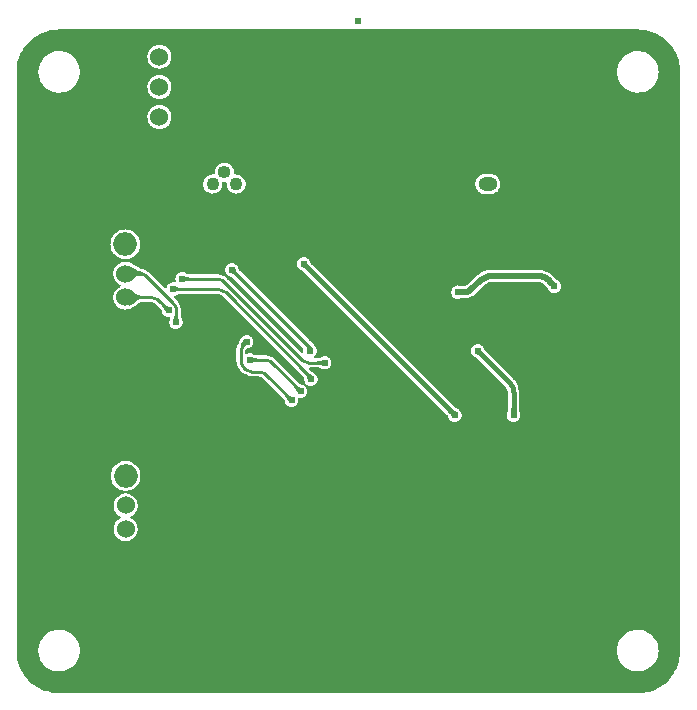
<source format=gbl>
G04 Layer: BottomLayer*
G04 EasyEDA v6.5.51, 2025-10-19 23:19:45*
G04 7b2d1a5a50ca49e0b1e0c3d03fbfd553,f84f62d461a54663ae58951fd378ab02,10*
G04 Gerber Generator version 0.2*
G04 Scale: 100 percent, Rotated: No, Reflected: No *
G04 Dimensions in millimeters *
G04 leading zeros omitted , absolute positions ,4 integer and 5 decimal *
%FSLAX45Y45*%
%MOMM*%

%ADD10C,0.3000*%
%ADD11C,0.4000*%
%ADD12C,0.2540*%
%ADD13C,0.5000*%
%ADD14O,1.999996X1.999996*%
%ADD15C,1.5240*%
%ADD16C,3.3000*%
%ADD17O,1.599946X1.199896*%
%ADD18C,1.3000*%
%ADD19C,0.0106*%
%ADD20C,1.1000*%
%ADD21O,1.099998X1.099998*%
%ADD22C,0.6200*%

%LPD*%
G36*
X-1399184Y-4309465D02*
G01*
X-1424838Y-4308602D01*
X-1449273Y-4306062D01*
X-1473454Y-4301845D01*
X-1497279Y-4296003D01*
X-1520647Y-4288586D01*
X-1543507Y-4279544D01*
X-1565656Y-4268978D01*
X-1587042Y-4256938D01*
X-1607566Y-4243476D01*
X-1627073Y-4228592D01*
X-1645564Y-4212437D01*
X-1662887Y-4195064D01*
X-1679041Y-4176572D01*
X-1693824Y-4157014D01*
X-1707286Y-4136440D01*
X-1719275Y-4115054D01*
X-1729790Y-4092905D01*
X-1738782Y-4070045D01*
X-1746199Y-4046626D01*
X-1751990Y-4022801D01*
X-1756105Y-3998620D01*
X-1758594Y-3974185D01*
X-1759457Y-3949141D01*
X-1759457Y949147D01*
X-1758543Y974852D01*
X-1756003Y999286D01*
X-1751838Y1023467D01*
X-1745996Y1047292D01*
X-1738528Y1070711D01*
X-1729536Y1093520D01*
X-1718970Y1115669D01*
X-1706930Y1137056D01*
X-1693418Y1157579D01*
X-1678584Y1177086D01*
X-1662480Y1195578D01*
X-1645056Y1212951D01*
X-1626565Y1229055D01*
X-1606956Y1243838D01*
X-1586433Y1257300D01*
X-1565046Y1269288D01*
X-1542846Y1279804D01*
X-1520037Y1288796D01*
X-1496618Y1296212D01*
X-1472742Y1302004D01*
X-1448562Y1306169D01*
X-1424178Y1308608D01*
X-1399184Y1309471D01*
X3499154Y1309471D01*
X3524910Y1308608D01*
X3549294Y1306068D01*
X3573475Y1301851D01*
X3597351Y1296009D01*
X3620719Y1288592D01*
X3643528Y1279550D01*
X3665677Y1268984D01*
X3687064Y1256944D01*
X3707587Y1243431D01*
X3727145Y1228598D01*
X3745636Y1212443D01*
X3762959Y1195070D01*
X3779062Y1176578D01*
X3793896Y1157020D01*
X3807307Y1136446D01*
X3819347Y1115060D01*
X3829862Y1092860D01*
X3838854Y1070051D01*
X3846220Y1046632D01*
X3852011Y1022807D01*
X3856177Y998575D01*
X3858615Y974191D01*
X3859529Y949147D01*
X3859529Y-3949141D01*
X3858615Y-3974846D01*
X3856075Y-3999280D01*
X3851859Y-4023461D01*
X3846068Y-4047286D01*
X3838600Y-4070705D01*
X3829558Y-4093514D01*
X3818991Y-4115663D01*
X3806951Y-4137050D01*
X3793490Y-4157573D01*
X3778656Y-4177131D01*
X3762501Y-4195572D01*
X3745128Y-4212945D01*
X3726586Y-4229049D01*
X3707028Y-4243832D01*
X3686505Y-4257294D01*
X3665067Y-4269282D01*
X3642918Y-4279849D01*
X3620058Y-4288790D01*
X3596690Y-4296206D01*
X3572814Y-4301998D01*
X3548634Y-4306163D01*
X3524199Y-4308652D01*
X3499154Y-4309465D01*
G37*

%LPC*%
G36*
X3504539Y-4125823D02*
G01*
X3522624Y-4124451D01*
X3540404Y-4121200D01*
X3557828Y-4116120D01*
X3574592Y-4109313D01*
X3590544Y-4100779D01*
X3605580Y-4090670D01*
X3619500Y-4079087D01*
X3632149Y-4066133D01*
X3643376Y-4051909D01*
X3653078Y-4036618D01*
X3661206Y-4020464D01*
X3667556Y-4003497D01*
X3672179Y-3985971D01*
X3674973Y-3968089D01*
X3675887Y-3950004D01*
X3674973Y-3931920D01*
X3672179Y-3914038D01*
X3667556Y-3896512D01*
X3661206Y-3879545D01*
X3653078Y-3863390D01*
X3643376Y-3848100D01*
X3632149Y-3833876D01*
X3619500Y-3820922D01*
X3605580Y-3809339D01*
X3590544Y-3799230D01*
X3574592Y-3790696D01*
X3557828Y-3783888D01*
X3540404Y-3778808D01*
X3522624Y-3775557D01*
X3504539Y-3774186D01*
X3486454Y-3774643D01*
X3468471Y-3776979D01*
X3450844Y-3781094D01*
X3433775Y-3787089D01*
X3417366Y-3794760D01*
X3401822Y-3804056D01*
X3387344Y-3814927D01*
X3374034Y-3827221D01*
X3362096Y-3840835D01*
X3351580Y-3855618D01*
X3342690Y-3871366D01*
X3335426Y-3887978D01*
X3329940Y-3905199D01*
X3326231Y-3922928D01*
X3324351Y-3940962D01*
X3324351Y-3959047D01*
X3326231Y-3977081D01*
X3329940Y-3994810D01*
X3335426Y-4012031D01*
X3342690Y-4028643D01*
X3351580Y-4044391D01*
X3362096Y-4059174D01*
X3374034Y-4072788D01*
X3387344Y-4085082D01*
X3401822Y-4095953D01*
X3417366Y-4105249D01*
X3433775Y-4112920D01*
X3450844Y-4118914D01*
X3468471Y-4123029D01*
X3486454Y-4125366D01*
G37*
G36*
X-1395425Y-4125823D02*
G01*
X-1377391Y-4124451D01*
X-1359560Y-4121200D01*
X-1342186Y-4116120D01*
X-1325422Y-4109313D01*
X-1309420Y-4100779D01*
X-1294384Y-4090670D01*
X-1280515Y-4079087D01*
X-1267866Y-4066133D01*
X-1256588Y-4051909D01*
X-1246886Y-4036618D01*
X-1238808Y-4020464D01*
X-1232408Y-4003497D01*
X-1227785Y-3985971D01*
X-1224991Y-3968089D01*
X-1224076Y-3950004D01*
X-1224991Y-3931920D01*
X-1227785Y-3914038D01*
X-1232408Y-3896512D01*
X-1238808Y-3879545D01*
X-1246886Y-3863390D01*
X-1256588Y-3848100D01*
X-1267866Y-3833876D01*
X-1280515Y-3820922D01*
X-1294384Y-3809339D01*
X-1309420Y-3799230D01*
X-1325422Y-3790696D01*
X-1342186Y-3783888D01*
X-1359560Y-3778808D01*
X-1377391Y-3775557D01*
X-1395425Y-3774186D01*
X-1413560Y-3774643D01*
X-1431493Y-3776979D01*
X-1449120Y-3781094D01*
X-1466240Y-3787089D01*
X-1482648Y-3794760D01*
X-1498142Y-3804056D01*
X-1512671Y-3814927D01*
X-1525930Y-3827221D01*
X-1537919Y-3840835D01*
X-1548384Y-3855618D01*
X-1557324Y-3871366D01*
X-1564538Y-3887978D01*
X-1570075Y-3905199D01*
X-1573784Y-3922928D01*
X-1575612Y-3940962D01*
X-1575612Y-3959047D01*
X-1573784Y-3977081D01*
X-1570075Y-3994810D01*
X-1564538Y-4012031D01*
X-1557324Y-4028643D01*
X-1548384Y-4044391D01*
X-1537919Y-4059174D01*
X-1525930Y-4072788D01*
X-1512671Y-4085082D01*
X-1498142Y-4095953D01*
X-1482648Y-4105249D01*
X-1466240Y-4112920D01*
X-1449120Y-4118914D01*
X-1431493Y-4123029D01*
X-1413560Y-4125366D01*
G37*
G36*
X-836574Y-3022904D02*
G01*
X-822960Y-3021990D01*
X-809599Y-3019298D01*
X-796696Y-3014827D01*
X-784555Y-3008680D01*
X-773277Y-3000959D01*
X-763168Y-2991815D01*
X-754430Y-2981401D01*
X-747014Y-2969920D01*
X-741273Y-2957525D01*
X-737260Y-2944520D01*
X-734974Y-2931058D01*
X-734517Y-2917444D01*
X-735888Y-2903880D01*
X-739038Y-2890570D01*
X-743966Y-2877870D01*
X-750519Y-2865882D01*
X-758596Y-2854909D01*
X-768096Y-2845104D01*
X-778764Y-2836672D01*
X-791057Y-2829458D01*
X-794156Y-2826512D01*
X-795832Y-2822498D01*
X-795680Y-2818231D01*
X-793750Y-2814370D01*
X-790397Y-2811627D01*
X-784555Y-2808681D01*
X-773277Y-2800959D01*
X-763168Y-2791815D01*
X-754430Y-2781401D01*
X-747014Y-2769920D01*
X-741273Y-2757525D01*
X-737260Y-2744520D01*
X-734974Y-2731058D01*
X-734517Y-2717444D01*
X-735888Y-2703880D01*
X-739038Y-2690571D01*
X-743966Y-2677871D01*
X-750519Y-2665882D01*
X-758596Y-2654909D01*
X-768096Y-2645105D01*
X-778764Y-2636672D01*
X-790498Y-2629712D01*
X-803097Y-2624378D01*
X-816203Y-2620772D01*
X-829767Y-2618994D01*
X-843381Y-2618994D01*
X-856894Y-2620772D01*
X-870051Y-2624378D01*
X-882599Y-2629712D01*
X-894334Y-2636672D01*
X-905052Y-2645105D01*
X-914501Y-2654909D01*
X-922629Y-2665882D01*
X-929182Y-2677871D01*
X-934059Y-2690571D01*
X-937209Y-2703880D01*
X-938580Y-2717444D01*
X-938123Y-2731058D01*
X-935888Y-2744520D01*
X-931824Y-2757525D01*
X-926084Y-2769920D01*
X-918768Y-2781401D01*
X-909929Y-2791815D01*
X-899820Y-2800959D01*
X-888593Y-2808681D01*
X-882700Y-2811627D01*
X-879398Y-2814370D01*
X-877468Y-2818231D01*
X-877316Y-2822498D01*
X-878992Y-2826512D01*
X-882142Y-2829458D01*
X-894334Y-2836672D01*
X-905052Y-2845104D01*
X-914501Y-2854909D01*
X-922629Y-2865882D01*
X-929182Y-2877870D01*
X-934059Y-2890570D01*
X-937209Y-2903880D01*
X-938580Y-2917444D01*
X-938123Y-2931058D01*
X-935888Y-2944520D01*
X-931824Y-2957525D01*
X-926084Y-2969920D01*
X-918768Y-2981401D01*
X-909929Y-2991815D01*
X-899820Y-3000959D01*
X-888593Y-3008680D01*
X-876401Y-3014827D01*
X-863549Y-3019298D01*
X-850188Y-3021990D01*
G37*
G36*
X-836574Y-2596743D02*
G01*
X-821385Y-2595829D01*
X-806450Y-2593086D01*
X-791921Y-2588564D01*
X-778052Y-2582316D01*
X-765048Y-2574442D01*
X-753059Y-2565044D01*
X-742340Y-2554325D01*
X-732942Y-2542336D01*
X-725068Y-2529332D01*
X-718870Y-2515463D01*
X-714349Y-2500985D01*
X-711606Y-2485999D01*
X-710692Y-2470861D01*
X-711606Y-2455672D01*
X-714349Y-2440686D01*
X-718870Y-2426208D01*
X-725068Y-2412339D01*
X-732942Y-2399334D01*
X-742340Y-2387346D01*
X-753059Y-2376627D01*
X-765048Y-2367229D01*
X-778052Y-2359355D01*
X-791921Y-2353106D01*
X-806450Y-2348585D01*
X-821385Y-2345842D01*
X-836574Y-2344928D01*
X-851712Y-2345842D01*
X-866698Y-2348585D01*
X-881227Y-2353106D01*
X-895045Y-2359355D01*
X-908050Y-2367229D01*
X-920038Y-2376627D01*
X-930808Y-2387346D01*
X-940155Y-2399334D01*
X-948029Y-2412339D01*
X-954278Y-2426208D01*
X-958799Y-2440686D01*
X-961542Y-2455672D01*
X-962507Y-2470861D01*
X-961542Y-2485999D01*
X-958799Y-2500985D01*
X-954278Y-2515463D01*
X-948029Y-2529332D01*
X-940155Y-2542336D01*
X-930808Y-2554325D01*
X-920038Y-2565044D01*
X-908050Y-2574442D01*
X-895045Y-2582316D01*
X-881227Y-2588564D01*
X-866698Y-2593086D01*
X-851712Y-2595829D01*
G37*
G36*
X2450541Y-2012950D02*
G01*
X2460091Y-2011680D01*
X2469337Y-2008886D01*
X2477922Y-2004517D01*
X2485694Y-1998776D01*
X2492400Y-1991817D01*
X2497785Y-1983841D01*
X2501747Y-1975053D01*
X2504186Y-1965706D01*
X2504998Y-1956104D01*
X2504186Y-1946503D01*
X2501646Y-1937004D01*
X2496667Y-1925015D01*
X2494584Y-1915718D01*
X2494127Y-1907387D01*
X2494026Y-1770481D01*
X2493772Y-1765503D01*
X2492400Y-1751177D01*
X2491638Y-1746199D01*
X2488844Y-1732076D01*
X2487625Y-1727200D01*
X2483408Y-1713382D01*
X2481732Y-1708708D01*
X2476195Y-1695348D01*
X2474061Y-1690827D01*
X2467305Y-1678127D01*
X2464714Y-1673809D01*
X2456688Y-1661820D01*
X2453690Y-1657807D01*
X2444496Y-1646682D01*
X2441194Y-1642973D01*
X2209952Y-1411528D01*
X2203754Y-1404416D01*
X2199589Y-1397609D01*
X2196084Y-1388872D01*
X2193036Y-1382318D01*
X2187600Y-1374292D01*
X2180894Y-1367332D01*
X2173122Y-1361592D01*
X2164537Y-1357223D01*
X2155291Y-1354429D01*
X2145741Y-1353159D01*
X2136089Y-1353616D01*
X2126691Y-1355648D01*
X2117699Y-1359204D01*
X2109520Y-1364284D01*
X2102256Y-1370634D01*
X2096211Y-1378153D01*
X2091486Y-1386586D01*
X2088286Y-1395679D01*
X2086660Y-1405178D01*
X2086660Y-1414830D01*
X2088286Y-1424330D01*
X2091486Y-1433423D01*
X2096211Y-1441856D01*
X2102256Y-1449374D01*
X2109520Y-1455724D01*
X2117852Y-1460855D01*
X2130907Y-1466240D01*
X2138984Y-1471422D01*
X2145233Y-1476959D01*
X2374493Y-1706118D01*
X2381758Y-1714906D01*
X2387498Y-1723593D01*
X2392375Y-1732838D01*
X2396286Y-1742439D01*
X2399284Y-1752447D01*
X2401265Y-1762658D01*
X2402230Y-1773021D01*
X2402230Y-1894078D01*
X2402078Y-1907895D01*
X2401417Y-1917293D01*
X2399588Y-1925015D01*
X2395778Y-1934108D01*
X2393086Y-1941779D01*
X2391460Y-1951278D01*
X2391460Y-1960930D01*
X2393086Y-1970430D01*
X2396286Y-1979523D01*
X2401011Y-1987956D01*
X2407056Y-1995474D01*
X2414320Y-2001824D01*
X2422499Y-2006904D01*
X2431491Y-2010460D01*
X2440889Y-2012492D01*
G37*
G36*
X1955241Y-2012950D02*
G01*
X1964791Y-2011680D01*
X1974037Y-2008886D01*
X1982622Y-2004517D01*
X1990394Y-1998776D01*
X1997100Y-1991817D01*
X2002485Y-1983841D01*
X2006447Y-1975053D01*
X2008886Y-1965706D01*
X2009698Y-1956104D01*
X2008886Y-1946503D01*
X2006447Y-1937156D01*
X2002485Y-1928368D01*
X1997100Y-1920392D01*
X1990394Y-1913432D01*
X1982622Y-1907692D01*
X1973681Y-1903171D01*
X1965299Y-1899869D01*
X1958390Y-1895652D01*
X1950923Y-1889150D01*
X736752Y-674928D01*
X730554Y-667816D01*
X726389Y-661009D01*
X722884Y-652272D01*
X719836Y-645718D01*
X714400Y-637692D01*
X707694Y-630732D01*
X699922Y-624992D01*
X691337Y-620623D01*
X682091Y-617829D01*
X672541Y-616559D01*
X662889Y-617016D01*
X653491Y-619048D01*
X644499Y-622604D01*
X636320Y-627684D01*
X629056Y-634034D01*
X623011Y-641553D01*
X618286Y-649986D01*
X615086Y-659079D01*
X613460Y-668578D01*
X613460Y-678230D01*
X615086Y-687730D01*
X618286Y-696823D01*
X623011Y-705256D01*
X629056Y-712774D01*
X636320Y-719124D01*
X644652Y-724255D01*
X657707Y-729640D01*
X665784Y-734822D01*
X672033Y-740359D01*
X1886204Y-1954580D01*
X1892401Y-1961692D01*
X1896567Y-1968550D01*
X1900885Y-1979320D01*
X1905711Y-1987956D01*
X1911756Y-1995474D01*
X1919020Y-2001824D01*
X1927199Y-2006904D01*
X1936191Y-2010460D01*
X1945589Y-2012492D01*
G37*
G36*
X570941Y-1885950D02*
G01*
X580491Y-1884680D01*
X589737Y-1881886D01*
X598322Y-1877517D01*
X606094Y-1871776D01*
X612800Y-1864817D01*
X618185Y-1856841D01*
X622147Y-1848053D01*
X624586Y-1838706D01*
X625398Y-1829104D01*
X624636Y-1819960D01*
X624992Y-1816201D01*
X626719Y-1812848D01*
X629564Y-1810359D01*
X633120Y-1809089D01*
X647141Y-1809750D01*
X656691Y-1808480D01*
X665937Y-1805686D01*
X674522Y-1801317D01*
X682294Y-1795576D01*
X689000Y-1788617D01*
X694385Y-1780641D01*
X698347Y-1771853D01*
X700786Y-1762506D01*
X701598Y-1752904D01*
X700786Y-1743303D01*
X698347Y-1733956D01*
X694385Y-1725168D01*
X689000Y-1717192D01*
X682294Y-1710232D01*
X674522Y-1704492D01*
X665784Y-1700072D01*
X656742Y-1696974D01*
X645617Y-1693519D01*
X640029Y-1691182D01*
X637692Y-1689862D01*
X632358Y-1685696D01*
X627786Y-1681378D01*
X432003Y-1485595D01*
X425399Y-1480159D01*
X406908Y-1467815D01*
X399338Y-1463751D01*
X378815Y-1455267D01*
X370636Y-1452778D01*
X348792Y-1448460D01*
X340309Y-1447596D01*
X275132Y-1447596D01*
X268173Y-1447342D01*
X262483Y-1446580D01*
X259892Y-1445920D01*
X253492Y-1443177D01*
X238302Y-1435252D01*
X234340Y-1433525D01*
X224891Y-1430629D01*
X215341Y-1429359D01*
X205689Y-1429816D01*
X196291Y-1431848D01*
X189230Y-1434642D01*
X185318Y-1435404D01*
X181457Y-1434592D01*
X178206Y-1432407D01*
X176022Y-1429105D01*
X175260Y-1425244D01*
X175260Y-1416812D01*
X175463Y-1414780D01*
X176936Y-1407464D01*
X177546Y-1405382D01*
X180898Y-1397762D01*
X182676Y-1395018D01*
X185216Y-1392986D01*
X188264Y-1391869D01*
X196951Y-1390192D01*
X204673Y-1388008D01*
X208534Y-1386687D01*
X217322Y-1382217D01*
X225094Y-1376476D01*
X231800Y-1369517D01*
X237185Y-1361541D01*
X241147Y-1352753D01*
X243586Y-1343406D01*
X244398Y-1333804D01*
X243586Y-1324203D01*
X241147Y-1314856D01*
X237185Y-1306068D01*
X231800Y-1298092D01*
X225094Y-1291132D01*
X217322Y-1285392D01*
X208737Y-1281023D01*
X199491Y-1278229D01*
X189941Y-1276959D01*
X180289Y-1277416D01*
X170891Y-1279448D01*
X161899Y-1283004D01*
X153720Y-1288084D01*
X146456Y-1294434D01*
X140411Y-1301953D01*
X135636Y-1310487D01*
X131521Y-1321206D01*
X127660Y-1329893D01*
X120954Y-1342796D01*
X114604Y-1356055D01*
X104495Y-1379982D01*
X102006Y-1388160D01*
X98907Y-1403959D01*
X98044Y-1412494D01*
X98044Y-1489557D01*
X98907Y-1498092D01*
X102819Y-1518056D01*
X105359Y-1526235D01*
X113131Y-1545082D01*
X117144Y-1552600D01*
X128473Y-1569516D01*
X133908Y-1576171D01*
X148285Y-1590548D01*
X154940Y-1595983D01*
X171856Y-1607312D01*
X179374Y-1611325D01*
X198221Y-1619097D01*
X206400Y-1621586D01*
X226364Y-1625549D01*
X234899Y-1626412D01*
X285089Y-1626412D01*
X287070Y-1626616D01*
X300431Y-1629257D01*
X302361Y-1629867D01*
X314960Y-1635048D01*
X316687Y-1636014D01*
X328015Y-1643583D01*
X329590Y-1644853D01*
X497179Y-1812442D01*
X501954Y-1817573D01*
X505459Y-1822145D01*
X506780Y-1824431D01*
X509422Y-1830933D01*
X514604Y-1847240D01*
X516635Y-1852371D01*
X521411Y-1860956D01*
X527456Y-1868474D01*
X534720Y-1874824D01*
X542899Y-1879904D01*
X551891Y-1883460D01*
X561289Y-1885492D01*
G37*
G36*
X736041Y-1708150D02*
G01*
X745591Y-1706880D01*
X754837Y-1704086D01*
X763422Y-1699717D01*
X771194Y-1693976D01*
X777900Y-1687017D01*
X783285Y-1679041D01*
X787247Y-1670253D01*
X789686Y-1660906D01*
X790498Y-1651304D01*
X789686Y-1641703D01*
X787247Y-1632356D01*
X783285Y-1623568D01*
X777900Y-1615592D01*
X771042Y-1608480D01*
X766368Y-1604772D01*
X760882Y-1600911D01*
X744677Y-1590954D01*
X737311Y-1586128D01*
X729538Y-1579676D01*
X717194Y-1567535D01*
X715010Y-1564284D01*
X714197Y-1560372D01*
X715010Y-1556512D01*
X717194Y-1553210D01*
X720496Y-1550974D01*
X724357Y-1550212D01*
X785672Y-1550212D01*
X792683Y-1550466D01*
X798372Y-1551228D01*
X800963Y-1551889D01*
X807415Y-1554632D01*
X822401Y-1562455D01*
X831240Y-1565960D01*
X840689Y-1567992D01*
X850341Y-1568450D01*
X859891Y-1567180D01*
X869137Y-1564386D01*
X877722Y-1560017D01*
X885494Y-1554276D01*
X892200Y-1547317D01*
X897585Y-1539341D01*
X901547Y-1530553D01*
X903986Y-1521206D01*
X904798Y-1511604D01*
X903986Y-1502003D01*
X901547Y-1492656D01*
X897585Y-1483868D01*
X892200Y-1475892D01*
X885494Y-1468932D01*
X877722Y-1463192D01*
X869137Y-1458823D01*
X859891Y-1456029D01*
X850341Y-1454759D01*
X840689Y-1455216D01*
X831138Y-1457248D01*
X822452Y-1460703D01*
X806551Y-1468983D01*
X800963Y-1471320D01*
X798372Y-1471980D01*
X791667Y-1472844D01*
X764438Y-1472996D01*
X760272Y-1472133D01*
X756869Y-1469644D01*
X754786Y-1466037D01*
X754329Y-1461820D01*
X755650Y-1457807D01*
X758444Y-1454658D01*
X761492Y-1452372D01*
X768197Y-1445412D01*
X773582Y-1437436D01*
X777544Y-1428648D01*
X779983Y-1419301D01*
X780796Y-1409700D01*
X779983Y-1400098D01*
X777544Y-1390751D01*
X773531Y-1381861D01*
X769924Y-1376172D01*
X761136Y-1364538D01*
X756716Y-1359306D01*
X747572Y-1349603D01*
X725728Y-1328267D01*
X136499Y-739038D01*
X131470Y-733704D01*
X126847Y-728116D01*
X125679Y-726338D01*
X122275Y-719582D01*
X117652Y-706577D01*
X113182Y-696163D01*
X107797Y-688187D01*
X101092Y-681228D01*
X93319Y-675487D01*
X84734Y-671118D01*
X75488Y-668324D01*
X65938Y-667054D01*
X56286Y-667512D01*
X46888Y-669544D01*
X37846Y-673100D01*
X29718Y-678180D01*
X22453Y-684530D01*
X16408Y-692048D01*
X11684Y-700481D01*
X8483Y-709574D01*
X6858Y-719074D01*
X6858Y-728726D01*
X8483Y-738225D01*
X11684Y-747318D01*
X16408Y-755751D01*
X22453Y-763270D01*
X29718Y-769620D01*
X37998Y-774750D01*
X45364Y-777849D01*
X59131Y-782624D01*
X65989Y-786079D01*
X67767Y-787247D01*
X73964Y-792327D01*
X666496Y-1384706D01*
X668578Y-1387703D01*
X669442Y-1391259D01*
X667258Y-1404874D01*
X667258Y-1419758D01*
X665378Y-1423517D01*
X662076Y-1426210D01*
X657961Y-1427327D01*
X653796Y-1426718D01*
X650240Y-1424381D01*
X25654Y-799795D01*
X18999Y-794359D01*
X508Y-782015D01*
X-7010Y-777951D01*
X-27584Y-769467D01*
X-35763Y-766978D01*
X-57607Y-762660D01*
X-66090Y-761796D01*
X-296367Y-761796D01*
X-303326Y-761542D01*
X-309016Y-760780D01*
X-311607Y-760120D01*
X-318008Y-757377D01*
X-333197Y-749452D01*
X-337159Y-747725D01*
X-346608Y-744829D01*
X-356158Y-743559D01*
X-365810Y-744016D01*
X-375208Y-746048D01*
X-384200Y-749604D01*
X-392379Y-754684D01*
X-399643Y-761034D01*
X-405688Y-768553D01*
X-410413Y-776986D01*
X-413613Y-786079D01*
X-415239Y-795578D01*
X-415239Y-805230D01*
X-413613Y-814730D01*
X-411632Y-820267D01*
X-411073Y-824331D01*
X-412191Y-828294D01*
X-414782Y-831494D01*
X-418439Y-833424D01*
X-422503Y-833729D01*
X-432358Y-832459D01*
X-442010Y-832916D01*
X-451408Y-834948D01*
X-460400Y-838504D01*
X-468579Y-843584D01*
X-475843Y-849934D01*
X-481888Y-857453D01*
X-486613Y-865886D01*
X-489407Y-873810D01*
X-491490Y-877316D01*
X-494792Y-879703D01*
X-498754Y-880567D01*
X-502767Y-879856D01*
X-506171Y-877620D01*
X-624687Y-759104D01*
X-631291Y-753668D01*
X-649782Y-741324D01*
X-657352Y-737260D01*
X-672338Y-731062D01*
X-691083Y-722985D01*
X-706069Y-715924D01*
X-718413Y-709625D01*
X-729183Y-703630D01*
X-762101Y-684428D01*
X-776427Y-676706D01*
X-793445Y-668121D01*
X-805078Y-663295D01*
X-818235Y-659638D01*
X-831799Y-657860D01*
X-845413Y-657860D01*
X-858977Y-659638D01*
X-872134Y-663244D01*
X-884631Y-668578D01*
X-896366Y-675538D01*
X-907084Y-683971D01*
X-916584Y-693775D01*
X-924661Y-704748D01*
X-931214Y-716737D01*
X-936091Y-729437D01*
X-939241Y-742746D01*
X-940612Y-756310D01*
X-940155Y-769924D01*
X-937920Y-783386D01*
X-933856Y-796391D01*
X-928116Y-808786D01*
X-920800Y-820267D01*
X-911961Y-830681D01*
X-901852Y-839825D01*
X-890625Y-847547D01*
X-884732Y-850493D01*
X-881430Y-853236D01*
X-879500Y-857097D01*
X-879348Y-861364D01*
X-881024Y-865378D01*
X-884174Y-868324D01*
X-896366Y-875537D01*
X-907084Y-883970D01*
X-916584Y-893775D01*
X-924661Y-904748D01*
X-931214Y-916736D01*
X-936091Y-929436D01*
X-939241Y-942746D01*
X-940612Y-956310D01*
X-940155Y-969924D01*
X-937920Y-983386D01*
X-933856Y-996391D01*
X-928116Y-1008786D01*
X-920800Y-1020267D01*
X-911961Y-1030681D01*
X-901852Y-1039825D01*
X-890625Y-1047546D01*
X-878484Y-1053693D01*
X-865581Y-1058164D01*
X-852220Y-1060856D01*
X-838606Y-1061770D01*
X-824992Y-1060856D01*
X-811631Y-1058164D01*
X-798576Y-1053642D01*
X-792683Y-1050848D01*
X-777494Y-1042568D01*
X-760831Y-1031341D01*
X-740105Y-1015136D01*
X-731469Y-1009040D01*
X-723239Y-1004671D01*
X-714044Y-1001420D01*
X-702056Y-999236D01*
X-685190Y-998321D01*
X-622300Y-998321D01*
X-620318Y-998524D01*
X-606958Y-1001166D01*
X-605078Y-1001725D01*
X-592480Y-1006957D01*
X-590702Y-1007922D01*
X-579374Y-1015492D01*
X-577850Y-1016762D01*
X-544220Y-1050340D01*
X-539394Y-1055522D01*
X-535889Y-1060094D01*
X-534568Y-1062380D01*
X-531926Y-1068882D01*
X-526846Y-1085189D01*
X-524764Y-1090371D01*
X-519988Y-1098956D01*
X-513943Y-1106474D01*
X-506679Y-1112824D01*
X-498500Y-1117904D01*
X-489508Y-1121460D01*
X-480110Y-1123492D01*
X-470458Y-1123950D01*
X-468020Y-1123594D01*
X-463651Y-1124000D01*
X-459892Y-1126185D01*
X-457352Y-1129741D01*
X-456590Y-1134059D01*
X-457657Y-1138275D01*
X-461111Y-1145082D01*
X-464413Y-1154379D01*
X-466039Y-1163878D01*
X-466039Y-1173530D01*
X-464413Y-1183030D01*
X-461213Y-1192123D01*
X-456488Y-1200556D01*
X-450443Y-1208074D01*
X-443179Y-1214424D01*
X-435000Y-1219504D01*
X-426008Y-1223060D01*
X-416610Y-1225092D01*
X-406958Y-1225550D01*
X-397408Y-1224280D01*
X-388162Y-1221486D01*
X-379577Y-1217117D01*
X-371805Y-1211376D01*
X-365099Y-1204417D01*
X-359714Y-1196441D01*
X-355752Y-1187653D01*
X-353314Y-1178306D01*
X-352501Y-1168704D01*
X-353314Y-1159103D01*
X-355854Y-1149654D01*
X-358495Y-1143203D01*
X-366725Y-1127353D01*
X-369062Y-1121714D01*
X-369722Y-1119174D01*
X-370586Y-1112418D01*
X-370738Y-1106170D01*
X-370738Y-1066749D01*
X-371602Y-1058214D01*
X-375920Y-1036421D01*
X-378409Y-1028192D01*
X-386943Y-1007668D01*
X-391007Y-1000099D01*
X-403352Y-981608D01*
X-408736Y-975004D01*
X-423164Y-960628D01*
X-425399Y-957173D01*
X-426110Y-953160D01*
X-425196Y-949147D01*
X-422757Y-945845D01*
X-419201Y-943813D01*
X-412343Y-941527D01*
X-403860Y-937412D01*
X-393446Y-931926D01*
X-387807Y-929589D01*
X-385267Y-928928D01*
X-378510Y-928065D01*
X-372262Y-927912D01*
X-57708Y-927912D01*
X-55727Y-928116D01*
X-42367Y-930757D01*
X-40436Y-931367D01*
X-27838Y-936548D01*
X-26111Y-937514D01*
X-14782Y-945083D01*
X-13208Y-946353D01*
X669137Y-1628698D01*
X673658Y-1633778D01*
X675487Y-1636725D01*
X676198Y-1640078D01*
X676910Y-1655825D01*
X678586Y-1665630D01*
X681786Y-1674723D01*
X686511Y-1683156D01*
X692556Y-1690674D01*
X699820Y-1697024D01*
X707999Y-1702104D01*
X716991Y-1705660D01*
X726389Y-1707692D01*
G37*
G36*
X1980641Y-971550D02*
G01*
X1990191Y-970280D01*
X1999640Y-967384D01*
X2005025Y-966012D01*
X2021789Y-966063D01*
X2032609Y-965606D01*
X2042414Y-964742D01*
X2063496Y-960577D01*
X2072741Y-957884D01*
X2092604Y-949706D01*
X2101138Y-945235D01*
X2118969Y-933348D01*
X2127453Y-926388D01*
X2195474Y-858316D01*
X2205685Y-849934D01*
X2215896Y-843229D01*
X2226665Y-837488D01*
X2237892Y-832866D01*
X2249627Y-829360D01*
X2261616Y-827074D01*
X2273757Y-825906D01*
X2647188Y-825906D01*
X2658008Y-826973D01*
X2667660Y-828954D01*
X2677058Y-831850D01*
X2686151Y-835660D01*
X2694838Y-840333D01*
X2703017Y-845870D01*
X2710586Y-852169D01*
X2738272Y-879805D01*
X2740355Y-882954D01*
X2742031Y-886714D01*
X2746908Y-895451D01*
X2752953Y-902969D01*
X2760218Y-909319D01*
X2768346Y-914400D01*
X2777388Y-917956D01*
X2786786Y-919987D01*
X2796438Y-920445D01*
X2805988Y-919175D01*
X2815234Y-916381D01*
X2823819Y-912012D01*
X2831592Y-906271D01*
X2838297Y-899312D01*
X2843682Y-891336D01*
X2847644Y-882548D01*
X2850083Y-873201D01*
X2850896Y-863600D01*
X2850083Y-853998D01*
X2847644Y-844651D01*
X2843682Y-835863D01*
X2838297Y-827887D01*
X2831592Y-820928D01*
X2823819Y-815187D01*
X2812389Y-809599D01*
X2810560Y-808126D01*
X2780639Y-778205D01*
X2776575Y-774547D01*
X2765450Y-765403D01*
X2761030Y-762152D01*
X2749092Y-754176D01*
X2744419Y-751332D01*
X2731719Y-744575D01*
X2726791Y-742238D01*
X2713532Y-736752D01*
X2708300Y-734872D01*
X2694584Y-730707D01*
X2689250Y-729386D01*
X2675178Y-726592D01*
X2669692Y-725779D01*
X2655417Y-724357D01*
X2649931Y-724103D01*
X2271014Y-724103D01*
X2265527Y-724357D01*
X2248916Y-725982D01*
X2243480Y-726795D01*
X2227072Y-730046D01*
X2221738Y-731418D01*
X2205736Y-736244D01*
X2200605Y-738073D01*
X2185162Y-744474D01*
X2180183Y-746861D01*
X2165451Y-754735D01*
X2160727Y-757529D01*
X2146858Y-766826D01*
X2142439Y-770077D01*
X2129536Y-780694D01*
X2125472Y-784402D01*
X2059330Y-850493D01*
X2057806Y-851763D01*
X2050237Y-856792D01*
X2048459Y-857758D01*
X2040077Y-861212D01*
X2038096Y-861821D01*
X2029002Y-863600D01*
X2027072Y-863803D01*
X2005990Y-863803D01*
X2002129Y-862990D01*
X1999792Y-862025D01*
X1990191Y-859129D01*
X1980641Y-857859D01*
X1970989Y-858316D01*
X1961591Y-860348D01*
X1952599Y-863904D01*
X1944420Y-868984D01*
X1937156Y-875334D01*
X1931111Y-882853D01*
X1926386Y-891286D01*
X1923186Y-900379D01*
X1921560Y-909878D01*
X1921560Y-919530D01*
X1923186Y-929030D01*
X1926386Y-938123D01*
X1931111Y-946556D01*
X1937156Y-954074D01*
X1944420Y-960424D01*
X1952599Y-965504D01*
X1961591Y-969060D01*
X1970989Y-971092D01*
G37*
G36*
X-838606Y-635609D02*
G01*
X-823417Y-634695D01*
X-808482Y-631952D01*
X-794004Y-627430D01*
X-780084Y-621182D01*
X-767130Y-613308D01*
X-755091Y-603910D01*
X-744372Y-593191D01*
X-734974Y-581202D01*
X-727100Y-568198D01*
X-720902Y-554329D01*
X-716381Y-539851D01*
X-713638Y-524865D01*
X-712724Y-509727D01*
X-713638Y-494538D01*
X-716381Y-479551D01*
X-720902Y-465074D01*
X-727100Y-451205D01*
X-734974Y-438200D01*
X-744372Y-426212D01*
X-755091Y-415493D01*
X-767130Y-406095D01*
X-780084Y-398221D01*
X-794004Y-391972D01*
X-808482Y-387451D01*
X-823417Y-384708D01*
X-838606Y-383794D01*
X-853744Y-384708D01*
X-868730Y-387451D01*
X-883259Y-391972D01*
X-897077Y-398221D01*
X-910082Y-406095D01*
X-922070Y-415493D01*
X-932840Y-426212D01*
X-942187Y-438200D01*
X-950061Y-451205D01*
X-956310Y-465074D01*
X-960831Y-479551D01*
X-963574Y-494538D01*
X-964488Y-509727D01*
X-963574Y-524865D01*
X-960831Y-539851D01*
X-956310Y-554329D01*
X-950061Y-568198D01*
X-942187Y-581202D01*
X-932840Y-593191D01*
X-922070Y-603910D01*
X-910082Y-613308D01*
X-897077Y-621182D01*
X-883259Y-627430D01*
X-868730Y-631952D01*
X-853744Y-634695D01*
G37*
G36*
X2208682Y-84785D02*
G01*
X2248001Y-84785D01*
X2260549Y-83870D01*
X2272538Y-81280D01*
X2284018Y-77012D01*
X2294788Y-71120D01*
X2304592Y-63804D01*
X2313228Y-55117D01*
X2320594Y-45313D01*
X2326487Y-34544D01*
X2330754Y-23063D01*
X2333345Y-11125D01*
X2334209Y1117D01*
X2333345Y13360D01*
X2330754Y25298D01*
X2326487Y36779D01*
X2320594Y47548D01*
X2313228Y57353D01*
X2304592Y66040D01*
X2294788Y73355D01*
X2284018Y79248D01*
X2272538Y83515D01*
X2260549Y86106D01*
X2248001Y87020D01*
X2208682Y87020D01*
X2196134Y86106D01*
X2184146Y83515D01*
X2172665Y79248D01*
X2161895Y73355D01*
X2152091Y66040D01*
X2143455Y57353D01*
X2136089Y47548D01*
X2130247Y36779D01*
X2125929Y25298D01*
X2123338Y13360D01*
X2122474Y1117D01*
X2123338Y-11125D01*
X2125929Y-23063D01*
X2130247Y-34544D01*
X2136089Y-45313D01*
X2143455Y-55117D01*
X2152091Y-63804D01*
X2161895Y-71120D01*
X2172665Y-77012D01*
X2184146Y-81280D01*
X2196134Y-83870D01*
G37*
G36*
X-102920Y-80010D02*
G01*
X-91135Y-79603D01*
X-79502Y-77470D01*
X-68326Y-73660D01*
X-57861Y-68224D01*
X-48209Y-61366D01*
X-39725Y-53187D01*
X-32512Y-43840D01*
X-26720Y-33528D01*
X-22504Y-22504D01*
X-19964Y-10972D01*
X-19100Y812D01*
X-19761Y9753D01*
X-19100Y14122D01*
X-16662Y17780D01*
X-12954Y20116D01*
X-8534Y20574D01*
X-2946Y19964D01*
X9245Y20421D01*
X13614Y19608D01*
X17170Y17018D01*
X19354Y13208D01*
X19659Y8788D01*
X19354Y6705D01*
X19354Y-5130D01*
X21082Y-16764D01*
X24485Y-28092D01*
X29514Y-38811D01*
X36017Y-48615D01*
X43891Y-57404D01*
X52984Y-64973D01*
X63042Y-71120D01*
X73914Y-75742D01*
X85344Y-78740D01*
X97078Y-80010D01*
X108864Y-79603D01*
X120497Y-77470D01*
X131622Y-73660D01*
X142138Y-68224D01*
X151790Y-61366D01*
X160274Y-53187D01*
X167487Y-43840D01*
X173278Y-33528D01*
X177495Y-22504D01*
X180035Y-10972D01*
X180898Y812D01*
X180035Y12598D01*
X177495Y24079D01*
X173278Y35102D01*
X167487Y45415D01*
X160274Y54762D01*
X151790Y62941D01*
X142138Y69850D01*
X131622Y75234D01*
X120497Y79044D01*
X108864Y81178D01*
X97078Y81635D01*
X91490Y81026D01*
X87122Y81483D01*
X83312Y83820D01*
X80822Y87477D01*
X80264Y91846D01*
X80924Y100787D01*
X80060Y112572D01*
X77419Y124104D01*
X73253Y135128D01*
X67462Y145440D01*
X60248Y154787D01*
X51765Y162966D01*
X42164Y169824D01*
X31648Y175260D01*
X20472Y179070D01*
X8890Y181203D01*
X-2946Y181610D01*
X-14681Y180340D01*
X-26111Y177342D01*
X-36931Y172720D01*
X-47040Y166573D01*
X-56134Y159004D01*
X-64008Y150215D01*
X-70510Y140360D01*
X-75539Y129692D01*
X-78892Y118364D01*
X-80619Y106680D01*
X-80619Y94894D01*
X-80314Y92811D01*
X-80670Y88392D01*
X-82804Y84531D01*
X-86410Y81991D01*
X-90728Y81178D01*
X-102920Y81635D01*
X-114655Y80314D01*
X-126085Y77368D01*
X-137007Y72745D01*
X-147015Y66598D01*
X-156108Y59029D01*
X-163982Y50241D01*
X-170484Y40386D01*
X-175514Y29667D01*
X-178917Y18389D01*
X-180644Y6705D01*
X-180644Y-5130D01*
X-178917Y-16764D01*
X-175514Y-28092D01*
X-170484Y-38811D01*
X-163982Y-48615D01*
X-156108Y-57404D01*
X-147015Y-64973D01*
X-137007Y-71120D01*
X-126085Y-75742D01*
X-114655Y-78740D01*
G37*
G36*
X-557022Y467258D02*
G01*
X-543407Y467258D01*
X-529844Y469087D01*
X-516686Y472643D01*
X-504139Y477977D01*
X-492404Y484936D01*
X-481685Y493369D01*
X-472236Y503174D01*
X-464159Y514146D01*
X-457606Y526135D01*
X-452678Y538835D01*
X-449529Y552145D01*
X-448157Y565708D01*
X-448614Y579323D01*
X-450900Y592785D01*
X-454914Y605790D01*
X-460654Y618185D01*
X-468020Y629666D01*
X-476808Y640080D01*
X-486918Y649224D01*
X-498144Y656945D01*
X-510336Y663092D01*
X-523240Y667562D01*
X-536600Y670255D01*
X-550164Y671169D01*
X-563778Y670255D01*
X-577138Y667562D01*
X-590042Y663092D01*
X-602234Y656945D01*
X-613460Y649224D01*
X-623570Y640080D01*
X-632358Y629666D01*
X-639724Y618185D01*
X-645464Y605790D01*
X-649478Y592785D01*
X-651764Y579323D01*
X-652221Y565708D01*
X-650849Y552145D01*
X-647700Y538835D01*
X-642772Y526135D01*
X-636219Y514146D01*
X-628142Y503174D01*
X-618642Y493369D01*
X-607974Y484936D01*
X-596239Y477977D01*
X-583692Y472643D01*
X-570534Y469087D01*
G37*
G36*
X-557022Y721258D02*
G01*
X-543407Y721258D01*
X-529844Y723087D01*
X-516686Y726643D01*
X-504139Y731977D01*
X-492404Y738936D01*
X-481685Y747369D01*
X-472236Y757174D01*
X-464159Y768146D01*
X-457606Y780135D01*
X-452678Y792835D01*
X-449529Y806145D01*
X-448157Y819708D01*
X-448614Y833323D01*
X-450900Y846785D01*
X-454914Y859790D01*
X-460654Y872185D01*
X-468020Y883666D01*
X-476808Y894080D01*
X-486918Y903224D01*
X-498144Y910945D01*
X-510336Y917092D01*
X-523240Y921562D01*
X-536600Y924255D01*
X-550164Y925169D01*
X-563778Y924255D01*
X-577138Y921562D01*
X-590042Y917092D01*
X-602234Y910945D01*
X-613460Y903224D01*
X-623570Y894080D01*
X-632358Y883666D01*
X-639724Y872185D01*
X-645464Y859790D01*
X-649478Y846785D01*
X-651764Y833323D01*
X-652221Y819708D01*
X-650849Y806145D01*
X-647700Y792835D01*
X-642772Y780135D01*
X-636219Y768146D01*
X-628142Y757174D01*
X-618642Y747369D01*
X-607974Y738936D01*
X-596239Y731977D01*
X-583692Y726643D01*
X-570534Y723087D01*
G37*
G36*
X3504539Y774141D02*
G01*
X3522624Y775563D01*
X3540404Y778814D01*
X3557828Y783844D01*
X3574592Y790702D01*
X3590544Y799185D01*
X3605580Y809294D01*
X3619500Y820877D01*
X3632149Y833882D01*
X3643376Y848055D01*
X3653078Y863346D01*
X3661206Y879551D01*
X3667556Y896518D01*
X3672179Y913993D01*
X3674973Y931875D01*
X3675887Y949960D01*
X3674973Y968095D01*
X3672179Y985977D01*
X3667556Y1003452D01*
X3661206Y1020419D01*
X3653078Y1036624D01*
X3643376Y1051915D01*
X3632149Y1066088D01*
X3619500Y1079093D01*
X3605580Y1090676D01*
X3590544Y1100785D01*
X3574592Y1109268D01*
X3557828Y1116126D01*
X3540404Y1121156D01*
X3522624Y1124407D01*
X3504539Y1125829D01*
X3486454Y1125372D01*
X3468471Y1123035D01*
X3450844Y1118870D01*
X3433775Y1112926D01*
X3417366Y1105255D01*
X3401822Y1095908D01*
X3387344Y1085037D01*
X3374034Y1072743D01*
X3362096Y1059129D01*
X3351580Y1044397D01*
X3342690Y1028649D01*
X3335426Y1012037D01*
X3329940Y994765D01*
X3326231Y977036D01*
X3324351Y959053D01*
X3324351Y940917D01*
X3326231Y922934D01*
X3329940Y905205D01*
X3335426Y887933D01*
X3342690Y871321D01*
X3351580Y855573D01*
X3362096Y840841D01*
X3374034Y827227D01*
X3387344Y814933D01*
X3401822Y804062D01*
X3417366Y794715D01*
X3433775Y787044D01*
X3450844Y781100D01*
X3468471Y776935D01*
X3486454Y774598D01*
G37*
G36*
X-1395425Y774141D02*
G01*
X-1377391Y775563D01*
X-1359560Y778814D01*
X-1342186Y783844D01*
X-1325422Y790702D01*
X-1309420Y799185D01*
X-1294384Y809294D01*
X-1280515Y820877D01*
X-1267866Y833882D01*
X-1256588Y848055D01*
X-1246886Y863346D01*
X-1238808Y879551D01*
X-1232408Y896518D01*
X-1227785Y913993D01*
X-1224991Y931875D01*
X-1224076Y949960D01*
X-1224991Y968095D01*
X-1227785Y985977D01*
X-1232408Y1003452D01*
X-1238808Y1020419D01*
X-1246886Y1036624D01*
X-1256588Y1051915D01*
X-1267866Y1066088D01*
X-1280515Y1079093D01*
X-1294384Y1090676D01*
X-1309420Y1100785D01*
X-1325422Y1109268D01*
X-1342186Y1116126D01*
X-1359560Y1121156D01*
X-1377391Y1124407D01*
X-1395425Y1125829D01*
X-1413560Y1125372D01*
X-1431493Y1123035D01*
X-1449120Y1118870D01*
X-1466240Y1112926D01*
X-1482648Y1105255D01*
X-1498142Y1095908D01*
X-1512671Y1085037D01*
X-1525930Y1072743D01*
X-1537919Y1059129D01*
X-1548384Y1044397D01*
X-1557324Y1028649D01*
X-1564538Y1012037D01*
X-1570075Y994765D01*
X-1573784Y977036D01*
X-1575612Y959053D01*
X-1575612Y940917D01*
X-1573784Y922934D01*
X-1570075Y905205D01*
X-1564538Y887933D01*
X-1557324Y871321D01*
X-1548384Y855573D01*
X-1537919Y840841D01*
X-1525930Y827227D01*
X-1512671Y814933D01*
X-1498142Y804062D01*
X-1482648Y794715D01*
X-1466240Y787044D01*
X-1449120Y781100D01*
X-1431493Y776935D01*
X-1413560Y774598D01*
G37*
G36*
X-557022Y977239D02*
G01*
X-543407Y977239D01*
X-529844Y979068D01*
X-516686Y982675D01*
X-504139Y988009D01*
X-492404Y994968D01*
X-481685Y1003401D01*
X-472236Y1013206D01*
X-464159Y1024178D01*
X-457606Y1036116D01*
X-452678Y1048867D01*
X-449529Y1062126D01*
X-448157Y1075690D01*
X-448614Y1089304D01*
X-450900Y1102766D01*
X-454914Y1115822D01*
X-460654Y1128166D01*
X-468020Y1139647D01*
X-476808Y1150061D01*
X-486918Y1159205D01*
X-498144Y1166926D01*
X-510336Y1173073D01*
X-523240Y1177544D01*
X-536600Y1180287D01*
X-550164Y1181201D01*
X-563778Y1180287D01*
X-577138Y1177544D01*
X-590042Y1173073D01*
X-602234Y1166926D01*
X-613460Y1159205D01*
X-623570Y1150061D01*
X-632358Y1139647D01*
X-639724Y1128166D01*
X-645464Y1115822D01*
X-649478Y1102766D01*
X-651764Y1089304D01*
X-652221Y1075690D01*
X-650849Y1062126D01*
X-647700Y1048867D01*
X-642772Y1036116D01*
X-636219Y1024178D01*
X-628142Y1013206D01*
X-618642Y1003401D01*
X-607974Y994968D01*
X-596239Y988009D01*
X-583692Y982675D01*
X-570534Y979068D01*
G37*

%LPD*%
G36*
X1991715Y-886815D02*
G01*
X1962708Y-914704D01*
X1991715Y-942594D01*
X1995728Y-941120D01*
X2000097Y-940308D01*
X2004872Y-940003D01*
X2022093Y-940155D01*
X2029002Y-939901D01*
X2036622Y-939190D01*
X2044954Y-937869D01*
X2035200Y-888796D01*
X2028393Y-890016D01*
X2022195Y-890778D01*
X2016556Y-891184D01*
X2011375Y-891235D01*
X2006701Y-890930D01*
X2002434Y-890320D01*
X1998573Y-889406D01*
G37*
G36*
X2767838Y-802081D02*
G01*
X2732481Y-837437D01*
X2755341Y-859688D01*
X2758440Y-863244D01*
X2761081Y-866698D01*
X2763164Y-870153D01*
X2764739Y-873760D01*
X2804972Y-874572D01*
X2804160Y-834339D01*
X2800553Y-832764D01*
X2797098Y-830681D01*
X2793644Y-828040D01*
X2790088Y-824941D01*
G37*
G36*
X707440Y-1346606D02*
G01*
X686206Y-1367840D01*
X689762Y-1371701D01*
X692505Y-1375359D01*
X694486Y-1378864D01*
X695756Y-1382268D01*
X696366Y-1385722D01*
X696468Y-1389227D01*
X696061Y-1392885D01*
X695299Y-1396796D01*
X694131Y-1401013D01*
X726490Y-1424990D01*
X749147Y-1391716D01*
X744677Y-1385570D01*
X736803Y-1375867D01*
X729030Y-1367739D01*
G37*
G36*
X52527Y-712927D02*
G01*
X53340Y-753160D01*
X69138Y-758698D01*
X73456Y-760577D01*
X77622Y-762762D01*
X81838Y-765403D01*
X86309Y-768756D01*
X91186Y-773023D01*
X96723Y-778357D01*
X117957Y-757123D01*
X112623Y-751586D01*
X108407Y-746709D01*
X105003Y-742238D01*
X102362Y-738022D01*
X100177Y-733856D01*
X98298Y-729538D01*
X92760Y-713740D01*
G37*
G36*
X2428087Y-1894078D02*
G01*
X2427782Y-1914042D01*
X2426665Y-1923897D01*
X2425649Y-1928418D01*
X2424277Y-1932889D01*
X2422499Y-1937562D01*
X2420213Y-1942592D01*
X2448102Y-1971598D01*
X2475992Y-1942592D01*
X2473706Y-1937562D01*
X2471928Y-1932889D01*
X2470556Y-1928418D01*
X2469540Y-1923897D01*
X2468422Y-1914042D01*
X2468118Y-1894078D01*
G37*
G36*
X2132330Y-1399032D02*
G01*
X2133142Y-1439265D01*
X2138324Y-1441196D01*
X2142896Y-1443228D01*
X2147011Y-1445412D01*
X2150872Y-1447901D01*
X2154732Y-1450797D01*
X2162860Y-1458010D01*
X2173020Y-1467967D01*
X2201265Y-1439722D01*
X2191308Y-1429562D01*
X2184095Y-1421434D01*
X2181199Y-1417574D01*
X2178761Y-1413713D01*
X2176526Y-1409598D01*
X2174544Y-1405026D01*
X2172614Y-1399844D01*
G37*
G36*
X533603Y-1776323D02*
G01*
X515620Y-1794256D01*
X520954Y-1799894D01*
X525068Y-1804924D01*
X528218Y-1809496D01*
X530606Y-1813915D01*
X532434Y-1818233D01*
X539242Y-1839315D01*
X579475Y-1840026D01*
X578612Y-1799793D01*
X557530Y-1793087D01*
X553212Y-1791207D01*
X548843Y-1788871D01*
X544220Y-1785721D01*
X539191Y-1781606D01*
G37*
G36*
X198475Y-1322832D02*
G01*
X158242Y-1323594D01*
X155752Y-1330299D01*
X151079Y-1340967D01*
X141071Y-1360474D01*
X134620Y-1374952D01*
X158089Y-1384655D01*
X161137Y-1378661D01*
X164490Y-1374241D01*
X168249Y-1371193D01*
X172313Y-1369110D01*
X176682Y-1367739D01*
X191922Y-1364742D01*
X197612Y-1363116D01*
G37*
G36*
X1923084Y-1898142D02*
G01*
X1894839Y-1926386D01*
X1904796Y-1936496D01*
X1912010Y-1944674D01*
X1914906Y-1948535D01*
X1917344Y-1952396D01*
X1919579Y-1956511D01*
X1921611Y-1961083D01*
X1923542Y-1966264D01*
X1963775Y-1967077D01*
X1962962Y-1926793D01*
X1957781Y-1924862D01*
X1953209Y-1922830D01*
X1949094Y-1920646D01*
X1945182Y-1918207D01*
X1937461Y-1912010D01*
G37*
G36*
X659130Y-662432D02*
G01*
X659942Y-702665D01*
X665124Y-704596D01*
X669696Y-706628D01*
X673811Y-708812D01*
X677672Y-711301D01*
X681532Y-714197D01*
X689660Y-721410D01*
X699820Y-731367D01*
X728065Y-703122D01*
X718108Y-692962D01*
X710895Y-684834D01*
X707999Y-680974D01*
X705561Y-677113D01*
X703326Y-672998D01*
X701344Y-668426D01*
X699414Y-663244D01*
G37*
G36*
X-805383Y-691134D02*
G01*
X-876706Y-759714D01*
X-805383Y-828294D01*
X-790498Y-819556D01*
X-777900Y-809701D01*
X-756767Y-789940D01*
X-746709Y-781659D01*
X-735939Y-775563D01*
X-723747Y-772464D01*
X-709371Y-773125D01*
X-691997Y-778459D01*
X-682294Y-754989D01*
X-701598Y-746658D01*
X-717346Y-739292D01*
X-730504Y-732536D01*
X-741934Y-726186D01*
X-775106Y-706831D01*
X-788822Y-699465D01*
G37*
G36*
X-422097Y-1106678D02*
G01*
X-422300Y-1114399D01*
X-422960Y-1120851D01*
X-423976Y-1126337D01*
X-425399Y-1131112D01*
X-427177Y-1135532D01*
X-437286Y-1155192D01*
X-409397Y-1184198D01*
X-381508Y-1155192D01*
X-391617Y-1135532D01*
X-393395Y-1131112D01*
X-394817Y-1126337D01*
X-395833Y-1120851D01*
X-396494Y-1114399D01*
X-396697Y-1106678D01*
G37*
G36*
X226415Y-1458315D02*
G01*
X197408Y-1486204D01*
X226415Y-1514094D01*
X246075Y-1503984D01*
X250494Y-1502206D01*
X255270Y-1500784D01*
X260705Y-1499768D01*
X267157Y-1499108D01*
X274929Y-1498904D01*
X274929Y-1473504D01*
X267157Y-1473301D01*
X260756Y-1472641D01*
X255270Y-1471625D01*
X250494Y-1470202D01*
X246075Y-1468424D01*
G37*
G36*
X609854Y-1700072D02*
G01*
X591870Y-1718056D01*
X597204Y-1723643D01*
X601319Y-1728673D01*
X604418Y-1733296D01*
X606806Y-1737664D01*
X608685Y-1742033D01*
X615442Y-1763064D01*
X655675Y-1763877D01*
X654862Y-1723593D01*
X633780Y-1716836D01*
X629462Y-1715007D01*
X625043Y-1712620D01*
X620471Y-1709470D01*
X615442Y-1705406D01*
G37*
G36*
X834390Y-1483715D02*
G01*
X814730Y-1493824D01*
X810310Y-1495602D01*
X805535Y-1497025D01*
X800100Y-1498041D01*
X793648Y-1498701D01*
X785926Y-1498904D01*
X785926Y-1524304D01*
X793648Y-1524508D01*
X800100Y-1525168D01*
X805535Y-1526184D01*
X810310Y-1527606D01*
X814730Y-1529384D01*
X834390Y-1539494D01*
X863396Y-1511604D01*
G37*
G36*
X-345084Y-772515D02*
G01*
X-374091Y-800404D01*
X-345084Y-828294D01*
X-325424Y-818184D01*
X-321005Y-816406D01*
X-316230Y-814984D01*
X-310794Y-813968D01*
X-304342Y-813308D01*
X-296570Y-813104D01*
X-296570Y-787704D01*
X-304342Y-787501D01*
X-310743Y-786841D01*
X-316230Y-785825D01*
X-321005Y-784402D01*
X-325424Y-782624D01*
G37*
G36*
X706018Y-1593088D02*
G01*
X688086Y-1611020D01*
X692658Y-1615948D01*
X696112Y-1620418D01*
X698601Y-1624634D01*
X700278Y-1628749D01*
X701395Y-1632864D01*
X702005Y-1637131D01*
X702614Y-1652574D01*
X740918Y-1664970D01*
X751840Y-1626209D01*
X745896Y-1622094D01*
X727100Y-1610563D01*
X722579Y-1607464D01*
X717702Y-1603705D01*
X712266Y-1599031D01*
G37*
G36*
X-421284Y-861415D02*
G01*
X-450291Y-889304D01*
X-421284Y-917194D01*
X-401624Y-907084D01*
X-397205Y-905306D01*
X-392430Y-903884D01*
X-386994Y-902868D01*
X-380542Y-902208D01*
X-372770Y-902004D01*
X-372770Y-876604D01*
X-380542Y-876401D01*
X-386943Y-875741D01*
X-392430Y-874725D01*
X-397205Y-873302D01*
X-401624Y-871524D01*
G37*
G36*
X-805383Y-891133D02*
G01*
X-876706Y-959713D01*
X-805383Y-1028293D01*
X-789736Y-1019708D01*
X-776935Y-1011072D01*
X-755904Y-994613D01*
X-745845Y-987399D01*
X-734771Y-981303D01*
X-721817Y-976528D01*
X-705916Y-973480D01*
X-686206Y-972413D01*
X-686206Y-947013D01*
X-705916Y-945896D01*
X-721817Y-942848D01*
X-734771Y-938123D01*
X-745845Y-932027D01*
X-755904Y-924814D01*
X-776935Y-908354D01*
X-789736Y-899668D01*
G37*
G36*
X-507746Y-1014272D02*
G01*
X-525729Y-1032256D01*
X-520395Y-1037844D01*
X-516280Y-1042873D01*
X-513181Y-1047496D01*
X-510793Y-1051864D01*
X-508914Y-1056233D01*
X-502158Y-1077264D01*
X-461924Y-1078077D01*
X-462737Y-1037793D01*
X-483819Y-1031036D01*
X-488137Y-1029208D01*
X-492556Y-1026820D01*
X-497128Y-1023670D01*
X-502158Y-1019606D01*
G37*
D10*
X723905Y-1409697D02*
G01*
X723905Y-1384305D01*
X63500Y-723900D01*
D11*
X2143302Y-1410007D02*
G01*
X2408895Y-1675599D01*
X2418361Y-1687134D01*
X2426652Y-1699541D01*
X2433685Y-1712701D01*
X2439398Y-1726488D01*
X2443728Y-1740768D01*
X2446639Y-1755406D01*
X2448102Y-1770255D01*
X2448102Y-1956104D01*
D12*
X187426Y-1333804D02*
G01*
X155986Y-1365244D01*
X146497Y-1379448D01*
X139959Y-1395229D01*
X136626Y-1411983D01*
X136626Y-1490080D01*
X140792Y-1511023D01*
X148963Y-1530751D01*
X160827Y-1548505D01*
X175925Y-1563603D01*
X193680Y-1575468D01*
X213408Y-1583639D01*
X234350Y-1587804D01*
X289880Y-1587804D01*
X312671Y-1592338D01*
X334142Y-1601231D01*
X353463Y-1614142D01*
X568426Y-1829104D01*
D11*
X1952800Y-1956104D02*
G01*
X1952800Y-1956104D01*
X670102Y-673407D01*
D12*
X-838616Y-759701D02*
G01*
X-715937Y-759701D01*
X-693145Y-764235D01*
X-671675Y-773127D01*
X-652353Y-786038D01*
X-435734Y-1002657D01*
X-422823Y-1021979D01*
X-413931Y-1043449D01*
X-409397Y-1066241D01*
X-409397Y-1168704D01*
X644702Y-1752904D02*
G01*
X404342Y-1512544D01*
X385020Y-1499633D01*
X363550Y-1490741D01*
X340758Y-1486207D01*
X212902Y-1486207D01*
X-358597Y-800404D02*
G01*
X-65633Y-800404D01*
X-42842Y-804938D01*
X-21371Y-813831D01*
X-2049Y-826742D01*
X656478Y-1485270D01*
X675800Y-1498180D01*
X697270Y-1507073D01*
X720062Y-1511607D01*
X847902Y-1511607D01*
X733602Y-1651304D02*
G01*
X733602Y-1638594D01*
X10652Y-915644D01*
X-8669Y-902733D01*
X-30139Y-893841D01*
X-52931Y-889307D01*
X-434797Y-889307D01*
X-838616Y-959703D02*
G01*
X-617545Y-959703D01*
X-594753Y-964237D01*
X-573283Y-973129D01*
X-553961Y-986040D01*
X-472897Y-1067104D01*
D13*
X2794000Y-863600D02*
G01*
X2744442Y-814042D01*
X2732953Y-804613D01*
X2720596Y-796358D01*
X2707490Y-789353D01*
X2693761Y-783663D01*
X2679537Y-779350D01*
X2664962Y-776452D01*
X2650172Y-774994D01*
X2270729Y-774994D01*
X2253609Y-776681D01*
X2236734Y-780036D01*
X2220272Y-785032D01*
X2204377Y-791616D01*
X2189203Y-799726D01*
X2174897Y-809284D01*
X2161598Y-820199D01*
X2091060Y-890737D01*
X2073483Y-902482D01*
X2053955Y-910569D01*
X2033221Y-914694D01*
X1978202Y-914694D01*
D14*
G01*
X-836574Y-2470861D03*
D15*
G01*
X-836574Y-2720847D03*
G01*
X-836574Y-2920847D03*
D14*
G01*
X-836574Y-3170859D03*
D16*
G01*
X-1076578Y-3478352D03*
G01*
X-1076578Y-2163343D03*
D14*
G01*
X-838606Y-509727D03*
D15*
G01*
X-838606Y-759713D03*
G01*
X-838606Y-959713D03*
D14*
G01*
X-838606Y-1209725D03*
D16*
G01*
X-1078610Y-1517218D03*
G01*
X-1078610Y-202209D03*
D17*
G01*
X2228316Y1117D03*
D18*
G01*
X2101316Y128117D03*
G01*
X1974316Y1117D03*
D15*
G01*
X-550214Y1079093D03*
G01*
X-550214Y569087D03*
G01*
X-550214Y823087D03*
D20*
G01*
X-99999Y787D03*
D21*
G01*
X0Y100787D03*
D20*
G01*
X99999Y787D03*
D22*
G01*
X-1357299Y-2608249D03*
G01*
X-1357299Y-2745714D03*
G01*
X-1357299Y-3020644D03*
G01*
X-1357299Y-2883179D03*
G01*
X-1357299Y-2470810D03*
G01*
X-1357299Y-3158109D03*
G01*
X-1357299Y-516915D03*
G01*
X-1357299Y-654354D03*
G01*
X-1357299Y-791819D03*
G01*
X-1357299Y-929284D03*
G01*
X-1357299Y-1066749D03*
G01*
X-1357299Y-1204213D03*
G01*
X3257804Y-2091715D03*
G01*
X3727704Y-2764815D03*
G01*
X2168702Y-3848404D03*
G01*
X1644904Y-3857015D03*
G01*
X984504Y-3374415D03*
G01*
X1073404Y-3374415D03*
G01*
X984504Y-3463315D03*
G01*
X1073404Y-3463315D03*
G01*
X1073404Y-3552215D03*
G01*
X994994Y-3674998D03*
G01*
X994994Y-3764991D03*
G01*
X924991Y-3674998D03*
G01*
X924991Y-3764991D03*
G01*
X1962404Y-2421915D03*
G01*
X2102104Y-2421915D03*
G01*
X2216404Y-2536215D03*
G01*
X2216404Y-2675915D03*
G01*
X2216404Y-2815615D03*
G01*
X2102104Y-2942615D03*
G01*
X1962404Y-2942615D03*
G01*
X1822704Y-2942615D03*
G01*
X1695704Y-2828315D03*
G01*
X1695704Y-2688615D03*
G01*
X1695704Y-2536215D03*
G01*
X1822704Y-2421915D03*
G01*
X974902Y-1702104D03*
G01*
X1063802Y-1702104D03*
G01*
X974902Y-1613204D03*
G01*
X1063802Y-1613204D03*
G01*
X-1631695Y194284D03*
G01*
X-1399997Y-4254804D03*
G01*
X-1093596Y-4254804D03*
G01*
X-787222Y-4254804D03*
G01*
X-480821Y-4254804D03*
G01*
X-174447Y-4254804D03*
G01*
X131953Y-4254804D03*
G01*
X438327Y-4254804D03*
G01*
X744728Y-4254804D03*
G01*
X1051102Y-4254804D03*
G01*
X1357503Y-4254804D03*
G01*
X1663877Y-4254804D03*
G01*
X1970278Y-4254804D03*
G01*
X2276652Y-4254804D03*
G01*
X2583053Y-4254804D03*
G01*
X2889427Y-4254804D03*
G01*
X3195828Y-4254804D03*
G01*
X3502202Y-4254804D03*
G01*
X3807002Y-3932529D03*
G01*
X3807002Y-3626154D03*
G01*
X3807002Y-3319754D03*
G01*
X3807002Y-3013379D03*
G01*
X3807002Y-2706979D03*
G01*
X3807002Y-2400604D03*
G01*
X3807002Y-2094204D03*
G01*
X3807002Y-1787829D03*
G01*
X3807002Y-1481429D03*
G01*
X3807002Y-1175054D03*
G01*
X3807002Y-868654D03*
G01*
X3807002Y-562279D03*
G01*
X3807002Y-255879D03*
G01*
X3807002Y50495D03*
G01*
X3807002Y356895D03*
G01*
X3807002Y663270D03*
G01*
X3807002Y969670D03*
G01*
X-1399997Y1256995D03*
G01*
X-1093596Y1256995D03*
G01*
X-787222Y1256995D03*
G01*
X-480821Y1256995D03*
G01*
X-174447Y1256995D03*
G01*
X131953Y1256995D03*
G01*
X438327Y1256995D03*
G01*
X744728Y1256995D03*
G01*
X1051102Y1256995D03*
G01*
X1357503Y1256995D03*
G01*
X1663877Y1256995D03*
G01*
X1970278Y1256995D03*
G01*
X2276652Y1256995D03*
G01*
X2583053Y1256995D03*
G01*
X2889427Y1256995D03*
G01*
X3195828Y1256995D03*
G01*
X3502202Y1256995D03*
G01*
X-1704797Y-3950004D03*
G01*
X-1704797Y-3643604D03*
G01*
X-1704797Y-3337229D03*
G01*
X-1704797Y-3030829D03*
G01*
X-1704797Y-2724454D03*
G01*
X-1704797Y-2418054D03*
G01*
X-1704797Y-2111679D03*
G01*
X-1704797Y-1805279D03*
G01*
X-1704797Y-1498904D03*
G01*
X-1704797Y-1192504D03*
G01*
X-1704797Y-886129D03*
G01*
X-1704797Y-579729D03*
G01*
X-1704797Y-273354D03*
G01*
X-1704797Y33045D03*
G01*
X-1704797Y339420D03*
G01*
X-1704797Y645820D03*
G01*
X-1704797Y952195D03*
G01*
X-1615897Y-4165904D03*
G01*
X3718102Y-4165904D03*
G01*
X3718102Y1155395D03*
G01*
X-1615897Y1168095D03*
G01*
X1127302Y1383995D03*
G01*
X1952802Y-1956104D03*
G01*
X2448102Y-1956104D03*
G01*
X670102Y-673404D03*
G01*
X2143302Y-1410004D03*
G01*
X847902Y-1511604D03*
G01*
X733602Y-1651304D03*
G01*
X1978202Y-914704D03*
G01*
X568502Y-1829104D03*
G01*
X2794000Y-863600D03*
G01*
X-358597Y-800404D03*
G01*
X-434797Y-889304D03*
G01*
X-472897Y-1067104D03*
G01*
X-409397Y-1168704D03*
G01*
X723900Y-1409700D03*
G01*
X63500Y-723900D03*
G01*
X187502Y-1333804D03*
G01*
X212902Y-1486204D03*
G01*
X644702Y-1752904D03*
G01*
X-244297Y-533704D03*
G01*
X-91897Y-533704D03*
G01*
X-536397Y-597204D03*
G01*
X-520700Y-1155700D03*
G01*
X-431800Y-1270000D03*
G01*
X-939800Y-863600D03*
G01*
X50800Y-1676400D03*
G01*
X495300Y-1905000D03*
G01*
X1866900Y-1981200D03*
G01*
X2032000Y-1905000D03*
G01*
X596900Y-609600D03*
G01*
X584200Y-723900D03*
G01*
X685800Y-571500D03*
G01*
X685800Y-482600D03*
G01*
X1079500Y-546100D03*
G01*
X1079500Y-635000D03*
G01*
X1079500Y-723900D03*
G01*
X698500Y190500D03*
G01*
X800100Y190500D03*
G01*
X800100Y88900D03*
G01*
X-876300Y-1714500D03*
G01*
X-876300Y-1803400D03*
G01*
X-876300Y-1892300D03*
G01*
X-876300Y-1981200D03*
G01*
X-965200Y-1892300D03*
G01*
X-965200Y-1803400D03*
G01*
X-444500Y-2590800D03*
G01*
X-444500Y-2667000D03*
G01*
X-520700Y-2590800D03*
G01*
X-520700Y-2667000D03*
G01*
X-406400Y-2743200D03*
G01*
X-406400Y-2819400D03*
G01*
X266700Y-2578100D03*
G01*
X342900Y-2578100D03*
G01*
X266700Y-2654300D03*
G01*
X342900Y-2654300D03*
G01*
X241300Y-2730500D03*
G01*
X241300Y-2806700D03*
G01*
X355600Y-2857500D03*
G01*
X355600Y-2933700D03*
G01*
X355600Y-3009900D03*
G01*
X355600Y-3086100D03*
G01*
X3454400Y-1536700D03*
G01*
X3124200Y-927100D03*
G01*
X3200400Y-927100D03*
G01*
X2768600Y-723900D03*
G01*
X2260600Y-927100D03*
G01*
X1943100Y-1028700D03*
G01*
X1943100Y-1104900D03*
G01*
X1943100Y-1181100D03*
G01*
X2286000Y-1409700D03*
G01*
X2692400Y-1117600D03*
G01*
X2781300Y-1219200D03*
G01*
X1968500Y-533400D03*
G01*
X2349500Y-1955800D03*
G01*
X2540000Y-1955800D03*
G01*
X2057400Y-1422400D03*
G01*
X2057400Y-1346200D03*
G01*
X2921000Y-3543300D03*
G01*
X2641600Y-3543300D03*
G01*
X2705100Y-3263900D03*
G01*
X2832100Y-3263900D03*
G01*
X2463800Y-3543300D03*
G01*
X2336800Y-3543300D03*
G01*
X1752600Y-1447800D03*
G01*
X1752600Y-1149350D03*
G01*
X1752600Y-812800D03*
G01*
X1752600Y-552450D03*
G01*
X1752600Y-254000D03*
G01*
X1752600Y44450D03*
G01*
X1752600Y342900D03*
G01*
X2070100Y342900D03*
G01*
X2374900Y342900D03*
G01*
X2679700Y342900D03*
G01*
X2984500Y66675D03*
G01*
X2984500Y-209550D03*
G01*
X3378200Y-1358900D03*
G01*
X3378200Y-1060450D03*
G01*
X3378200Y-762000D03*
G01*
X2984500Y-762000D03*
G01*
X3181350Y-762000D03*
G01*
X2984500Y-485775D03*
G01*
X2984500Y342900D03*
G01*
X654989Y-1124991D03*
G01*
X654989Y-1199997D03*
G01*
X949985Y-1170000D03*
G01*
X1024991Y-1170000D03*
G01*
X2529992Y-675004D03*
G01*
X2610002Y-675004D03*
G01*
X2689987Y-675004D03*
M02*

</source>
